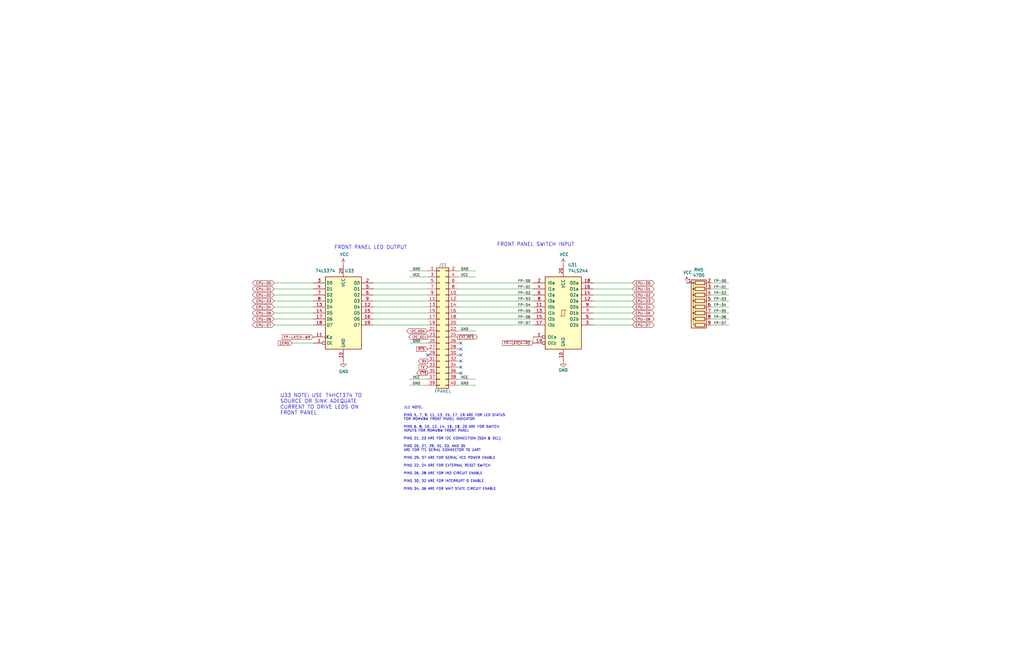
<source format=kicad_sch>
(kicad_sch (version 20211123) (generator eeschema)

  (uuid 2340b016-b90d-432d-884f-0e4647fe9b47)

  (paper "B")

  (title_block
    (title "Duodyne 6502 CPU board")
    (date "2025-04-12")
    (rev "V0.8")
  )

  (lib_symbols
    (symbol "74xx:74HCT374" (in_bom yes) (on_board yes)
      (property "Reference" "U" (id 0) (at -7.62 16.51 0)
        (effects (font (size 1.27 1.27)))
      )
      (property "Value" "74HCT374" (id 1) (at -7.62 -16.51 0)
        (effects (font (size 1.27 1.27)))
      )
      (property "Footprint" "" (id 2) (at 0 0 0)
        (effects (font (size 1.27 1.27)) hide)
      )
      (property "Datasheet" "https://www.ti.com/lit/ds/symlink/cd74hct374.pdf" (id 3) (at 0 0 0)
        (effects (font (size 1.27 1.27)) hide)
      )
      (property "ki_keywords" "HCTMOS DFF DFF8 REG 3State" (id 4) (at 0 0 0)
        (effects (font (size 1.27 1.27)) hide)
      )
      (property "ki_description" "8-bit Register, 3-state outputs" (id 5) (at 0 0 0)
        (effects (font (size 1.27 1.27)) hide)
      )
      (property "ki_fp_filters" "DIP?20* SOIC?20* SO?20*" (id 6) (at 0 0 0)
        (effects (font (size 1.27 1.27)) hide)
      )
      (symbol "74HCT374_1_0"
        (pin input inverted (at -12.7 -12.7 0) (length 5.08)
          (name "OE" (effects (font (size 1.27 1.27))))
          (number "1" (effects (font (size 1.27 1.27))))
        )
        (pin power_in line (at 0 -20.32 90) (length 5.08)
          (name "GND" (effects (font (size 1.27 1.27))))
          (number "10" (effects (font (size 1.27 1.27))))
        )
        (pin input clock (at -12.7 -10.16 0) (length 5.08)
          (name "Cp" (effects (font (size 1.27 1.27))))
          (number "11" (effects (font (size 1.27 1.27))))
        )
        (pin tri_state line (at 12.7 2.54 180) (length 5.08)
          (name "O4" (effects (font (size 1.27 1.27))))
          (number "12" (effects (font (size 1.27 1.27))))
        )
        (pin input line (at -12.7 2.54 0) (length 5.08)
          (name "D4" (effects (font (size 1.27 1.27))))
          (number "13" (effects (font (size 1.27 1.27))))
        )
        (pin input line (at -12.7 0 0) (length 5.08)
          (name "D5" (effects (font (size 1.27 1.27))))
          (number "14" (effects (font (size 1.27 1.27))))
        )
        (pin tri_state line (at 12.7 0 180) (length 5.08)
          (name "O5" (effects (font (size 1.27 1.27))))
          (number "15" (effects (font (size 1.27 1.27))))
        )
        (pin tri_state line (at 12.7 -2.54 180) (length 5.08)
          (name "O6" (effects (font (size 1.27 1.27))))
          (number "16" (effects (font (size 1.27 1.27))))
        )
        (pin input line (at -12.7 -2.54 0) (length 5.08)
          (name "D6" (effects (font (size 1.27 1.27))))
          (number "17" (effects (font (size 1.27 1.27))))
        )
        (pin input line (at -12.7 -5.08 0) (length 5.08)
          (name "D7" (effects (font (size 1.27 1.27))))
          (number "18" (effects (font (size 1.27 1.27))))
        )
        (pin tri_state line (at 12.7 -5.08 180) (length 5.08)
          (name "O7" (effects (font (size 1.27 1.27))))
          (number "19" (effects (font (size 1.27 1.27))))
        )
        (pin tri_state line (at 12.7 12.7 180) (length 5.08)
          (name "O0" (effects (font (size 1.27 1.27))))
          (number "2" (effects (font (size 1.27 1.27))))
        )
        (pin power_in line (at 0 20.32 270) (length 5.08)
          (name "VCC" (effects (font (size 1.27 1.27))))
          (number "20" (effects (font (size 1.27 1.27))))
        )
        (pin input line (at -12.7 12.7 0) (length 5.08)
          (name "D0" (effects (font (size 1.27 1.27))))
          (number "3" (effects (font (size 1.27 1.27))))
        )
        (pin input line (at -12.7 10.16 0) (length 5.08)
          (name "D1" (effects (font (size 1.27 1.27))))
          (number "4" (effects (font (size 1.27 1.27))))
        )
        (pin tri_state line (at 12.7 10.16 180) (length 5.08)
          (name "O1" (effects (font (size 1.27 1.27))))
          (number "5" (effects (font (size 1.27 1.27))))
        )
        (pin tri_state line (at 12.7 7.62 180) (length 5.08)
          (name "O2" (effects (font (size 1.27 1.27))))
          (number "6" (effects (font (size 1.27 1.27))))
        )
        (pin input line (at -12.7 7.62 0) (length 5.08)
          (name "D2" (effects (font (size 1.27 1.27))))
          (number "7" (effects (font (size 1.27 1.27))))
        )
        (pin input line (at -12.7 5.08 0) (length 5.08)
          (name "D3" (effects (font (size 1.27 1.27))))
          (number "8" (effects (font (size 1.27 1.27))))
        )
        (pin tri_state line (at 12.7 5.08 180) (length 5.08)
          (name "O3" (effects (font (size 1.27 1.27))))
          (number "9" (effects (font (size 1.27 1.27))))
        )
      )
      (symbol "74HCT374_1_1"
        (rectangle (start -7.62 15.24) (end 7.62 -15.24)
          (stroke (width 0.254) (type default) (color 0 0 0 0))
          (fill (type background))
        )
      )
    )
    (symbol "74xx:74LS244" (pin_names (offset 1.016)) (in_bom yes) (on_board yes)
      (property "Reference" "U" (id 0) (at -7.62 16.51 0)
        (effects (font (size 1.27 1.27)))
      )
      (property "Value" "74LS244" (id 1) (at -7.62 -16.51 0)
        (effects (font (size 1.27 1.27)))
      )
      (property "Footprint" "" (id 2) (at 0 0 0)
        (effects (font (size 1.27 1.27)) hide)
      )
      (property "Datasheet" "http://www.ti.com/lit/ds/symlink/sn74ls244.pdf" (id 3) (at 0 0 0)
        (effects (font (size 1.27 1.27)) hide)
      )
      (property "ki_keywords" "7400 logic ttl low power schottky" (id 4) (at 0 0 0)
        (effects (font (size 1.27 1.27)) hide)
      )
      (property "ki_description" "Octal Buffer and Line Driver With 3-State Output, active-low enables, non-inverting outputs" (id 5) (at 0 0 0)
        (effects (font (size 1.27 1.27)) hide)
      )
      (property "ki_fp_filters" "DIP?20*" (id 6) (at 0 0 0)
        (effects (font (size 1.27 1.27)) hide)
      )
      (symbol "74LS244_1_0"
        (polyline
          (pts
            (xy -0.635 -1.27)
            (xy -0.635 1.27)
            (xy 0.635 1.27)
          )
          (stroke (width 0) (type default) (color 0 0 0 0))
          (fill (type none))
        )
        (polyline
          (pts
            (xy -1.27 -1.27)
            (xy 0.635 -1.27)
            (xy 0.635 1.27)
            (xy 1.27 1.27)
          )
          (stroke (width 0) (type default) (color 0 0 0 0))
          (fill (type none))
        )
        (pin input inverted (at -12.7 -10.16 0) (length 5.08)
          (name "OEa" (effects (font (size 1.27 1.27))))
          (number "1" (effects (font (size 1.27 1.27))))
        )
        (pin power_in line (at 0 -20.32 90) (length 5.08)
          (name "GND" (effects (font (size 1.27 1.27))))
          (number "10" (effects (font (size 1.27 1.27))))
        )
        (pin input line (at -12.7 2.54 0) (length 5.08)
          (name "I0b" (effects (font (size 1.27 1.27))))
          (number "11" (effects (font (size 1.27 1.27))))
        )
        (pin tri_state line (at 12.7 5.08 180) (length 5.08)
          (name "O3a" (effects (font (size 1.27 1.27))))
          (number "12" (effects (font (size 1.27 1.27))))
        )
        (pin input line (at -12.7 0 0) (length 5.08)
          (name "I1b" (effects (font (size 1.27 1.27))))
          (number "13" (effects (font (size 1.27 1.27))))
        )
        (pin tri_state line (at 12.7 7.62 180) (length 5.08)
          (name "O2a" (effects (font (size 1.27 1.27))))
          (number "14" (effects (font (size 1.27 1.27))))
        )
        (pin input line (at -12.7 -2.54 0) (length 5.08)
          (name "I2b" (effects (font (size 1.27 1.27))))
          (number "15" (effects (font (size 1.27 1.27))))
        )
        (pin tri_state line (at 12.7 10.16 180) (length 5.08)
          (name "O1a" (effects (font (size 1.27 1.27))))
          (number "16" (effects (font (size 1.27 1.27))))
        )
        (pin input line (at -12.7 -5.08 0) (length 5.08)
          (name "I3b" (effects (font (size 1.27 1.27))))
          (number "17" (effects (font (size 1.27 1.27))))
        )
        (pin tri_state line (at 12.7 12.7 180) (length 5.08)
          (name "O0a" (effects (font (size 1.27 1.27))))
          (number "18" (effects (font (size 1.27 1.27))))
        )
        (pin input inverted (at -12.7 -12.7 0) (length 5.08)
          (name "OEb" (effects (font (size 1.27 1.27))))
          (number "19" (effects (font (size 1.27 1.27))))
        )
        (pin input line (at -12.7 12.7 0) (length 5.08)
          (name "I0a" (effects (font (size 1.27 1.27))))
          (number "2" (effects (font (size 1.27 1.27))))
        )
        (pin power_in line (at 0 20.32 270) (length 5.08)
          (name "VCC" (effects (font (size 1.27 1.27))))
          (number "20" (effects (font (size 1.27 1.27))))
        )
        (pin tri_state line (at 12.7 -5.08 180) (length 5.08)
          (name "O3b" (effects (font (size 1.27 1.27))))
          (number "3" (effects (font (size 1.27 1.27))))
        )
        (pin input line (at -12.7 10.16 0) (length 5.08)
          (name "I1a" (effects (font (size 1.27 1.27))))
          (number "4" (effects (font (size 1.27 1.27))))
        )
        (pin tri_state line (at 12.7 -2.54 180) (length 5.08)
          (name "O2b" (effects (font (size 1.27 1.27))))
          (number "5" (effects (font (size 1.27 1.27))))
        )
        (pin input line (at -12.7 7.62 0) (length 5.08)
          (name "I2a" (effects (font (size 1.27 1.27))))
          (number "6" (effects (font (size 1.27 1.27))))
        )
        (pin tri_state line (at 12.7 0 180) (length 5.08)
          (name "O1b" (effects (font (size 1.27 1.27))))
          (number "7" (effects (font (size 1.27 1.27))))
        )
        (pin input line (at -12.7 5.08 0) (length 5.08)
          (name "I3a" (effects (font (size 1.27 1.27))))
          (number "8" (effects (font (size 1.27 1.27))))
        )
        (pin tri_state line (at 12.7 2.54 180) (length 5.08)
          (name "O0b" (effects (font (size 1.27 1.27))))
          (number "9" (effects (font (size 1.27 1.27))))
        )
      )
      (symbol "74LS244_1_1"
        (rectangle (start -7.62 15.24) (end 7.62 -15.24)
          (stroke (width 0.254) (type default) (color 0 0 0 0))
          (fill (type background))
        )
      )
    )
    (symbol "Connector_Generic:Conn_02x20_Odd_Even" (pin_names (offset 1.016) hide) (in_bom yes) (on_board yes)
      (property "Reference" "J" (id 0) (at 1.27 25.4 0)
        (effects (font (size 1.27 1.27)))
      )
      (property "Value" "Conn_02x20_Odd_Even" (id 1) (at 1.27 -27.94 0)
        (effects (font (size 1.27 1.27)))
      )
      (property "Footprint" "" (id 2) (at 0 0 0)
        (effects (font (size 1.27 1.27)) hide)
      )
      (property "Datasheet" "~" (id 3) (at 0 0 0)
        (effects (font (size 1.27 1.27)) hide)
      )
      (property "ki_keywords" "connector" (id 4) (at 0 0 0)
        (effects (font (size 1.27 1.27)) hide)
      )
      (property "ki_description" "Generic connector, double row, 02x20, odd/even pin numbering scheme (row 1 odd numbers, row 2 even numbers), script generated (kicad-library-utils/schlib/autogen/connector/)" (id 5) (at 0 0 0)
        (effects (font (size 1.27 1.27)) hide)
      )
      (property "ki_fp_filters" "Connector*:*_2x??_*" (id 6) (at 0 0 0)
        (effects (font (size 1.27 1.27)) hide)
      )
      (symbol "Conn_02x20_Odd_Even_1_1"
        (rectangle (start -1.27 -25.273) (end 0 -25.527)
          (stroke (width 0.1524) (type default) (color 0 0 0 0))
          (fill (type none))
        )
        (rectangle (start -1.27 -22.733) (end 0 -22.987)
          (stroke (width 0.1524) (type default) (color 0 0 0 0))
          (fill (type none))
        )
        (rectangle (start -1.27 -20.193) (end 0 -20.447)
          (stroke (width 0.1524) (type default) (color 0 0 0 0))
          (fill (type none))
        )
        (rectangle (start -1.27 -17.653) (end 0 -17.907)
          (stroke (width 0.1524) (type default) (color 0 0 0 0))
          (fill (type none))
        )
        (rectangle (start -1.27 -15.113) (end 0 -15.367)
          (stroke (width 0.1524) (type default) (color 0 0 0 0))
          (fill (type none))
        )
        (rectangle (start -1.27 -12.573) (end 0 -12.827)
          (stroke (width 0.1524) (type default) (color 0 0 0 0))
          (fill (type none))
        )
        (rectangle (start -1.27 -10.033) (end 0 -10.287)
          (stroke (width 0.1524) (type default) (color 0 0 0 0))
          (fill (type none))
        )
        (rectangle (start -1.27 -7.493) (end 0 -7.747)
          (stroke (width 0.1524) (type default) (color 0 0 0 0))
          (fill (type none))
        )
        (rectangle (start -1.27 -4.953) (end 0 -5.207)
          (stroke (width 0.1524) (type default) (color 0 0 0 0))
          (fill (type none))
        )
        (rectangle (start -1.27 -2.413) (end 0 -2.667)
          (stroke (width 0.1524) (type default) (color 0 0 0 0))
          (fill (type none))
        )
        (rectangle (start -1.27 0.127) (end 0 -0.127)
          (stroke (width 0.1524) (type default) (color 0 0 0 0))
          (fill (type none))
        )
        (rectangle (start -1.27 2.667) (end 0 2.413)
          (stroke (width 0.1524) (type default) (color 0 0 0 0))
          (fill (type none))
        )
        (rectangle (start -1.27 5.207) (end 0 4.953)
          (stroke (width 0.1524) (type default) (color 0 0 0 0))
          (fill (type none))
        )
        (rectangle (start -1.27 7.747) (end 0 7.493)
          (stroke (width 0.1524) (type default) (color 0 0 0 0))
          (fill (type none))
        )
        (rectangle (start -1.27 10.287) (end 0 10.033)
          (stroke (width 0.1524) (type default) (color 0 0 0 0))
          (fill (type none))
        )
        (rectangle (start -1.27 12.827) (end 0 12.573)
          (stroke (width 0.1524) (type default) (color 0 0 0 0))
          (fill (type none))
        )
        (rectangle (start -1.27 15.367) (end 0 15.113)
          (stroke (width 0.1524) (type default) (color 0 0 0 0))
          (fill (type none))
        )
        (rectangle (start -1.27 17.907) (end 0 17.653)
          (stroke (width 0.1524) (type default) (color 0 0 0 0))
          (fill (type none))
        )
        (rectangle (start -1.27 20.447) (end 0 20.193)
          (stroke (width 0.1524) (type default) (color 0 0 0 0))
          (fill (type none))
        )
        (rectangle (start -1.27 22.987) (end 0 22.733)
          (stroke (width 0.1524) (type default) (color 0 0 0 0))
          (fill (type none))
        )
        (rectangle (start -1.27 24.13) (end 3.81 -26.67)
          (stroke (width 0.254) (type default) (color 0 0 0 0))
          (fill (type background))
        )
        (rectangle (start 3.81 -25.273) (end 2.54 -25.527)
          (stroke (width 0.1524) (type default) (color 0 0 0 0))
          (fill (type none))
        )
        (rectangle (start 3.81 -22.733) (end 2.54 -22.987)
          (stroke (width 0.1524) (type default) (color 0 0 0 0))
          (fill (type none))
        )
        (rectangle (start 3.81 -20.193) (end 2.54 -20.447)
          (stroke (width 0.1524) (type default) (color 0 0 0 0))
          (fill (type none))
        )
        (rectangle (start 3.81 -17.653) (end 2.54 -17.907)
          (stroke (width 0.1524) (type default) (color 0 0 0 0))
          (fill (type none))
        )
        (rectangle (start 3.81 -15.113) (end 2.54 -15.367)
          (stroke (width 0.1524) (type default) (color 0 0 0 0))
          (fill (type none))
        )
        (rectangle (start 3.81 -12.573) (end 2.54 -12.827)
          (stroke (width 0.1524) (type default) (color 0 0 0 0))
          (fill (type none))
        )
        (rectangle (start 3.81 -10.033) (end 2.54 -10.287)
          (stroke (width 0.1524) (type default) (color 0 0 0 0))
          (fill (type none))
        )
        (rectangle (start 3.81 -7.493) (end 2.54 -7.747)
          (stroke (width 0.1524) (type default) (color 0 0 0 0))
          (fill (type none))
        )
        (rectangle (start 3.81 -4.953) (end 2.54 -5.207)
          (stroke (width 0.1524) (type default) (color 0 0 0 0))
          (fill (type none))
        )
        (rectangle (start 3.81 -2.413) (end 2.54 -2.667)
          (stroke (width 0.1524) (type default) (color 0 0 0 0))
          (fill (type none))
        )
        (rectangle (start 3.81 0.127) (end 2.54 -0.127)
          (stroke (width 0.1524) (type default) (color 0 0 0 0))
          (fill (type none))
        )
        (rectangle (start 3.81 2.667) (end 2.54 2.413)
          (stroke (width 0.1524) (type default) (color 0 0 0 0))
          (fill (type none))
        )
        (rectangle (start 3.81 5.207) (end 2.54 4.953)
          (stroke (width 0.1524) (type default) (color 0 0 0 0))
          (fill (type none))
        )
        (rectangle (start 3.81 7.747) (end 2.54 7.493)
          (stroke (width 0.1524) (type default) (color 0 0 0 0))
          (fill (type none))
        )
        (rectangle (start 3.81 10.287) (end 2.54 10.033)
          (stroke (width 0.1524) (type default) (color 0 0 0 0))
          (fill (type none))
        )
        (rectangle (start 3.81 12.827) (end 2.54 12.573)
          (stroke (width 0.1524) (type default) (color 0 0 0 0))
          (fill (type none))
        )
        (rectangle (start 3.81 15.367) (end 2.54 15.113)
          (stroke (width 0.1524) (type default) (color 0 0 0 0))
          (fill (type none))
        )
        (rectangle (start 3.81 17.907) (end 2.54 17.653)
          (stroke (width 0.1524) (type default) (color 0 0 0 0))
          (fill (type none))
        )
        (rectangle (start 3.81 20.447) (end 2.54 20.193)
          (stroke (width 0.1524) (type default) (color 0 0 0 0))
          (fill (type none))
        )
        (rectangle (start 3.81 22.987) (end 2.54 22.733)
          (stroke (width 0.1524) (type default) (color 0 0 0 0))
          (fill (type none))
        )
        (pin passive line (at -5.08 22.86 0) (length 3.81)
          (name "Pin_1" (effects (font (size 1.27 1.27))))
          (number "1" (effects (font (size 1.27 1.27))))
        )
        (pin passive line (at 7.62 12.7 180) (length 3.81)
          (name "Pin_10" (effects (font (size 1.27 1.27))))
          (number "10" (effects (font (size 1.27 1.27))))
        )
        (pin passive line (at -5.08 10.16 0) (length 3.81)
          (name "Pin_11" (effects (font (size 1.27 1.27))))
          (number "11" (effects (font (size 1.27 1.27))))
        )
        (pin passive line (at 7.62 10.16 180) (length 3.81)
          (name "Pin_12" (effects (font (size 1.27 1.27))))
          (number "12" (effects (font (size 1.27 1.27))))
        )
        (pin passive line (at -5.08 7.62 0) (length 3.81)
          (name "Pin_13" (effects (font (size 1.27 1.27))))
          (number "13" (effects (font (size 1.27 1.27))))
        )
        (pin passive line (at 7.62 7.62 180) (length 3.81)
          (name "Pin_14" (effects (font (size 1.27 1.27))))
          (number "14" (effects (font (size 1.27 1.27))))
        )
        (pin passive line (at -5.08 5.08 0) (length 3.81)
          (name "Pin_15" (effects (font (size 1.27 1.27))))
          (number "15" (effects (font (size 1.27 1.27))))
        )
        (pin passive line (at 7.62 5.08 180) (length 3.81)
          (name "Pin_16" (effects (font (size 1.27 1.27))))
          (number "16" (effects (font (size 1.27 1.27))))
        )
        (pin passive line (at -5.08 2.54 0) (length 3.81)
          (name "Pin_17" (effects (font (size 1.27 1.27))))
          (number "17" (effects (font (size 1.27 1.27))))
        )
        (pin passive line (at 7.62 2.54 180) (length 3.81)
          (name "Pin_18" (effects (font (size 1.27 1.27))))
          (number "18" (effects (font (size 1.27 1.27))))
        )
        (pin passive line (at -5.08 0 0) (length 3.81)
          (name "Pin_19" (effects (font (size 1.27 1.27))))
          (number "19" (effects (font (size 1.27 1.27))))
        )
        (pin passive line (at 7.62 22.86 180) (length 3.81)
          (name "Pin_2" (effects (font (size 1.27 1.27))))
          (number "2" (effects (font (size 1.27 1.27))))
        )
        (pin passive line (at 7.62 0 180) (length 3.81)
          (name "Pin_20" (effects (font (size 1.27 1.27))))
          (number "20" (effects (font (size 1.27 1.27))))
        )
        (pin passive line (at -5.08 -2.54 0) (length 3.81)
          (name "Pin_21" (effects (font (size 1.27 1.27))))
          (number "21" (effects (font (size 1.27 1.27))))
        )
        (pin passive line (at 7.62 -2.54 180) (length 3.81)
          (name "Pin_22" (effects (font (size 1.27 1.27))))
          (number "22" (effects (font (size 1.27 1.27))))
        )
        (pin passive line (at -5.08 -5.08 0) (length 3.81)
          (name "Pin_23" (effects (font (size 1.27 1.27))))
          (number "23" (effects (font (size 1.27 1.27))))
        )
        (pin passive line (at 7.62 -5.08 180) (length 3.81)
          (name "Pin_24" (effects (font (size 1.27 1.27))))
          (number "24" (effects (font (size 1.27 1.27))))
        )
        (pin passive line (at -5.08 -7.62 0) (length 3.81)
          (name "Pin_25" (effects (font (size 1.27 1.27))))
          (number "25" (effects (font (size 1.27 1.27))))
        )
        (pin passive line (at 7.62 -7.62 180) (length 3.81)
          (name "Pin_26" (effects (font (size 1.27 1.27))))
          (number "26" (effects (font (size 1.27 1.27))))
        )
        (pin passive line (at -5.08 -10.16 0) (length 3.81)
          (name "Pin_27" (effects (font (size 1.27 1.27))))
          (number "27" (effects (font (size 1.27 1.27))))
        )
        (pin passive line (at 7.62 -10.16 180) (length 3.81)
          (name "Pin_28" (effects (font (size 1.27 1.27))))
          (number "28" (effects (font (size 1.27 1.27))))
        )
        (pin passive line (at -5.08 -12.7 0) (length 3.81)
          (name "Pin_29" (effects (font (size 1.27 1.27))))
          (number "29" (effects (font (size 1.27 1.27))))
        )
        (pin passive line (at -5.08 20.32 0) (length 3.81)
          (name "Pin_3" (effects (font (size 1.27 1.27))))
          (number "3" (effects (font (size 1.27 1.27))))
        )
        (pin passive line (at 7.62 -12.7 180) (length 3.81)
          (name "Pin_30" (effects (font (size 1.27 1.27))))
          (number "30" (effects (font (size 1.27 1.27))))
        )
        (pin passive line (at -5.08 -15.24 0) (length 3.81)
          (name "Pin_31" (effects (font (size 1.27 1.27))))
          (number "31" (effects (font (size 1.27 1.27))))
        )
        (pin passive line (at 7.62 -15.24 180) (length 3.81)
          (name "Pin_32" (effects (font (size 1.27 1.27))))
          (number "32" (effects (font (size 1.27 1.27))))
        )
        (pin passive line (at -5.08 -17.78 0) (length 3.81)
          (name "Pin_33" (effects (font (size 1.27 1.27))))
          (number "33" (effects (font (size 1.27 1.27))))
        )
        (pin passive line (at 7.62 -17.78 180) (length 3.81)
          (name "Pin_34" (effects (font (size 1.27 1.27))))
          (number "34" (effects (font (size 1.27 1.27))))
        )
        (pin passive line (at -5.08 -20.32 0) (length 3.81)
          (name "Pin_35" (effects (font (size 1.27 1.27))))
          (number "35" (effects (font (size 1.27 1.27))))
        )
        (pin passive line (at 7.62 -20.32 180) (length 3.81)
          (name "Pin_36" (effects (font (size 1.27 1.27))))
          (number "36" (effects (font (size 1.27 1.27))))
        )
        (pin passive line (at -5.08 -22.86 0) (length 3.81)
          (name "Pin_37" (effects (font (size 1.27 1.27))))
          (number "37" (effects (font (size 1.27 1.27))))
        )
        (pin passive line (at 7.62 -22.86 180) (length 3.81)
          (name "Pin_38" (effects (font (size 1.27 1.27))))
          (number "38" (effects (font (size 1.27 1.27))))
        )
        (pin passive line (at -5.08 -25.4 0) (length 3.81)
          (name "Pin_39" (effects (font (size 1.27 1.27))))
          (number "39" (effects (font (size 1.27 1.27))))
        )
        (pin passive line (at 7.62 20.32 180) (length 3.81)
          (name "Pin_4" (effects (font (size 1.27 1.27))))
          (number "4" (effects (font (size 1.27 1.27))))
        )
        (pin passive line (at 7.62 -25.4 180) (length 3.81)
          (name "Pin_40" (effects (font (size 1.27 1.27))))
          (number "40" (effects (font (size 1.27 1.27))))
        )
        (pin passive line (at -5.08 17.78 0) (length 3.81)
          (name "Pin_5" (effects (font (size 1.27 1.27))))
          (number "5" (effects (font (size 1.27 1.27))))
        )
        (pin passive line (at 7.62 17.78 180) (length 3.81)
          (name "Pin_6" (effects (font (size 1.27 1.27))))
          (number "6" (effects (font (size 1.27 1.27))))
        )
        (pin passive line (at -5.08 15.24 0) (length 3.81)
          (name "Pin_7" (effects (font (size 1.27 1.27))))
          (number "7" (effects (font (size 1.27 1.27))))
        )
        (pin passive line (at 7.62 15.24 180) (length 3.81)
          (name "Pin_8" (effects (font (size 1.27 1.27))))
          (number "8" (effects (font (size 1.27 1.27))))
        )
        (pin passive line (at -5.08 12.7 0) (length 3.81)
          (name "Pin_9" (effects (font (size 1.27 1.27))))
          (number "9" (effects (font (size 1.27 1.27))))
        )
      )
    )
    (symbol "Device:R_Network08" (pin_names (offset 0) hide) (in_bom yes) (on_board yes)
      (property "Reference" "RN" (id 0) (at -12.7 0 90)
        (effects (font (size 1.27 1.27)))
      )
      (property "Value" "R_Network08" (id 1) (at 10.16 0 90)
        (effects (font (size 1.27 1.27)))
      )
      (property "Footprint" "Resistor_THT:R_Array_SIP9" (id 2) (at 12.065 0 90)
        (effects (font (size 1.27 1.27)) hide)
      )
      (property "Datasheet" "http://www.vishay.com/docs/31509/csc.pdf" (id 3) (at 0 0 0)
        (effects (font (size 1.27 1.27)) hide)
      )
      (property "ki_keywords" "R network star-topology" (id 4) (at 0 0 0)
        (effects (font (size 1.27 1.27)) hide)
      )
      (property "ki_description" "8 resistor network, star topology, bussed resistors, small symbol" (id 5) (at 0 0 0)
        (effects (font (size 1.27 1.27)) hide)
      )
      (property "ki_fp_filters" "R?Array?SIP*" (id 6) (at 0 0 0)
        (effects (font (size 1.27 1.27)) hide)
      )
      (symbol "R_Network08_0_1"
        (rectangle (start -11.43 -3.175) (end 8.89 3.175)
          (stroke (width 0.254) (type default) (color 0 0 0 0))
          (fill (type background))
        )
        (rectangle (start -10.922 1.524) (end -9.398 -2.54)
          (stroke (width 0.254) (type default) (color 0 0 0 0))
          (fill (type none))
        )
        (circle (center -10.16 2.286) (radius 0.254)
          (stroke (width 0) (type default) (color 0 0 0 0))
          (fill (type outline))
        )
        (rectangle (start -8.382 1.524) (end -6.858 -2.54)
          (stroke (width 0.254) (type default) (color 0 0 0 0))
          (fill (type none))
        )
        (circle (center -7.62 2.286) (radius 0.254)
          (stroke (width 0) (type default) (color 0 0 0 0))
          (fill (type outline))
        )
        (rectangle (start -5.842 1.524) (end -4.318 -2.54)
          (stroke (width 0.254) (type default) (color 0 0 0 0))
          (fill (type none))
        )
        (circle (center -5.08 2.286) (radius 0.254)
          (stroke (width 0) (type default) (color 0 0 0 0))
          (fill (type outline))
        )
        (rectangle (start -3.302 1.524) (end -1.778 -2.54)
          (stroke (width 0.254) (type default) (color 0 0 0 0))
          (fill (type none))
        )
        (circle (center -2.54 2.286) (radius 0.254)
          (stroke (width 0) (type default) (color 0 0 0 0))
          (fill (type outline))
        )
        (rectangle (start -0.762 1.524) (end 0.762 -2.54)
          (stroke (width 0.254) (type default) (color 0 0 0 0))
          (fill (type none))
        )
        (polyline
          (pts
            (xy -10.16 -2.54)
            (xy -10.16 -3.81)
          )
          (stroke (width 0) (type default) (color 0 0 0 0))
          (fill (type none))
        )
        (polyline
          (pts
            (xy -7.62 -2.54)
            (xy -7.62 -3.81)
          )
          (stroke (width 0) (type default) (color 0 0 0 0))
          (fill (type none))
        )
        (polyline
          (pts
            (xy -5.08 -2.54)
            (xy -5.08 -3.81)
          )
          (stroke (width 0) (type default) (color 0 0 0 0))
          (fill (type none))
        )
        (polyline
          (pts
            (xy -2.54 -2.54)
            (xy -2.54 -3.81)
          )
          (stroke (width 0) (type default) (color 0 0 0 0))
          (fill (type none))
        )
        (polyline
          (pts
            (xy 0 -2.54)
            (xy 0 -3.81)
          )
          (stroke (width 0) (type default) (color 0 0 0 0))
          (fill (type none))
        )
        (polyline
          (pts
            (xy 2.54 -2.54)
            (xy 2.54 -3.81)
          )
          (stroke (width 0) (type default) (color 0 0 0 0))
          (fill (type none))
        )
        (polyline
          (pts
            (xy 5.08 -2.54)
            (xy 5.08 -3.81)
          )
          (stroke (width 0) (type default) (color 0 0 0 0))
          (fill (type none))
        )
        (polyline
          (pts
            (xy 7.62 -2.54)
            (xy 7.62 -3.81)
          )
          (stroke (width 0) (type default) (color 0 0 0 0))
          (fill (type none))
        )
        (polyline
          (pts
            (xy -10.16 1.524)
            (xy -10.16 2.286)
            (xy -7.62 2.286)
            (xy -7.62 1.524)
          )
          (stroke (width 0) (type default) (color 0 0 0 0))
          (fill (type none))
        )
        (polyline
          (pts
            (xy -7.62 1.524)
            (xy -7.62 2.286)
            (xy -5.08 2.286)
            (xy -5.08 1.524)
          )
          (stroke (width 0) (type default) (color 0 0 0 0))
          (fill (type none))
        )
        (polyline
          (pts
            (xy -5.08 1.524)
            (xy -5.08 2.286)
            (xy -2.54 2.286)
            (xy -2.54 1.524)
          )
          (stroke (width 0) (type default) (color 0 0 0 0))
          (fill (type none))
        )
        (polyline
          (pts
            (xy -2.54 1.524)
            (xy -2.54 2.286)
            (xy 0 2.286)
            (xy 0 1.524)
          )
          (stroke (width 0) (type default) (color 0 0 0 0))
          (fill (type none))
        )
        (polyline
          (pts
            (xy 0 1.524)
            (xy 0 2.286)
            (xy 2.54 2.286)
            (xy 2.54 1.524)
          )
          (stroke (width 0) (type default) (color 0 0 0 0))
          (fill (type none))
        )
        (polyline
          (pts
            (xy 2.54 1.524)
            (xy 2.54 2.286)
            (xy 5.08 2.286)
            (xy 5.08 1.524)
          )
          (stroke (width 0) (type default) (color 0 0 0 0))
          (fill (type none))
        )
        (polyline
          (pts
            (xy 5.08 1.524)
            (xy 5.08 2.286)
            (xy 7.62 2.286)
            (xy 7.62 1.524)
          )
          (stroke (width 0) (type default) (color 0 0 0 0))
          (fill (type none))
        )
        (circle (center 0 2.286) (radius 0.254)
          (stroke (width 0) (type default) (color 0 0 0 0))
          (fill (type outline))
        )
        (rectangle (start 1.778 1.524) (end 3.302 -2.54)
          (stroke (width 0.254) (type default) (color 0 0 0 0))
          (fill (type none))
        )
        (circle (center 2.54 2.286) (radius 0.254)
          (stroke (width 0) (type default) (color 0 0 0 0))
          (fill (type outline))
        )
        (rectangle (start 4.318 1.524) (end 5.842 -2.54)
          (stroke (width 0.254) (type default) (color 0 0 0 0))
          (fill (type none))
        )
        (circle (center 5.08 2.286) (radius 0.254)
          (stroke (width 0) (type default) (color 0 0 0 0))
          (fill (type outline))
        )
        (rectangle (start 6.858 1.524) (end 8.382 -2.54)
          (stroke (width 0.254) (type default) (color 0 0 0 0))
          (fill (type none))
        )
      )
      (symbol "R_Network08_1_1"
        (pin passive line (at -10.16 5.08 270) (length 2.54)
          (name "common" (effects (font (size 1.27 1.27))))
          (number "1" (effects (font (size 1.27 1.27))))
        )
        (pin passive line (at -10.16 -5.08 90) (length 1.27)
          (name "R1" (effects (font (size 1.27 1.27))))
          (number "2" (effects (font (size 1.27 1.27))))
        )
        (pin passive line (at -7.62 -5.08 90) (length 1.27)
          (name "R2" (effects (font (size 1.27 1.27))))
          (number "3" (effects (font (size 1.27 1.27))))
        )
        (pin passive line (at -5.08 -5.08 90) (length 1.27)
          (name "R3" (effects (font (size 1.27 1.27))))
          (number "4" (effects (font (size 1.27 1.27))))
        )
        (pin passive line (at -2.54 -5.08 90) (length 1.27)
          (name "R4" (effects (font (size 1.27 1.27))))
          (number "5" (effects (font (size 1.27 1.27))))
        )
        (pin passive line (at 0 -5.08 90) (length 1.27)
          (name "R5" (effects (font (size 1.27 1.27))))
          (number "6" (effects (font (size 1.27 1.27))))
        )
        (pin passive line (at 2.54 -5.08 90) (length 1.27)
          (name "R6" (effects (font (size 1.27 1.27))))
          (number "7" (effects (font (size 1.27 1.27))))
        )
        (pin passive line (at 5.08 -5.08 90) (length 1.27)
          (name "R7" (effects (font (size 1.27 1.27))))
          (number "8" (effects (font (size 1.27 1.27))))
        )
        (pin passive line (at 7.62 -5.08 90) (length 1.27)
          (name "R8" (effects (font (size 1.27 1.27))))
          (number "9" (effects (font (size 1.27 1.27))))
        )
      )
    )
    (symbol "power:GND" (power) (pin_names (offset 0)) (in_bom yes) (on_board yes)
      (property "Reference" "#PWR" (id 0) (at 0 -6.35 0)
        (effects (font (size 1.27 1.27)) hide)
      )
      (property "Value" "GND" (id 1) (at 0 -3.81 0)
        (effects (font (size 1.27 1.27)))
      )
      (property "Footprint" "" (id 2) (at 0 0 0)
        (effects (font (size 1.27 1.27)) hide)
      )
      (property "Datasheet" "" (id 3) (at 0 0 0)
        (effects (font (size 1.27 1.27)) hide)
      )
      (property "ki_keywords" "global power" (id 4) (at 0 0 0)
        (effects (font (size 1.27 1.27)) hide)
      )
      (property "ki_description" "Power symbol creates a global label with name \"GND\" , ground" (id 5) (at 0 0 0)
        (effects (font (size 1.27 1.27)) hide)
      )
      (symbol "GND_0_1"
        (polyline
          (pts
            (xy 0 0)
            (xy 0 -1.27)
            (xy 1.27 -1.27)
            (xy 0 -2.54)
            (xy -1.27 -1.27)
            (xy 0 -1.27)
          )
          (stroke (width 0) (type default) (color 0 0 0 0))
          (fill (type none))
        )
      )
      (symbol "GND_1_1"
        (pin power_in line (at 0 0 270) (length 0) hide
          (name "GND" (effects (font (size 1.27 1.27))))
          (number "1" (effects (font (size 1.27 1.27))))
        )
      )
    )
    (symbol "power:VCC" (power) (pin_names (offset 0)) (in_bom yes) (on_board yes)
      (property "Reference" "#PWR" (id 0) (at 0 -3.81 0)
        (effects (font (size 1.27 1.27)) hide)
      )
      (property "Value" "VCC" (id 1) (at 0 3.81 0)
        (effects (font (size 1.27 1.27)))
      )
      (property "Footprint" "" (id 2) (at 0 0 0)
        (effects (font (size 1.27 1.27)) hide)
      )
      (property "Datasheet" "" (id 3) (at 0 0 0)
        (effects (font (size 1.27 1.27)) hide)
      )
      (property "ki_keywords" "global power" (id 4) (at 0 0 0)
        (effects (font (size 1.27 1.27)) hide)
      )
      (property "ki_description" "Power symbol creates a global label with name \"VCC\"" (id 5) (at 0 0 0)
        (effects (font (size 1.27 1.27)) hide)
      )
      (symbol "VCC_0_1"
        (polyline
          (pts
            (xy -0.762 1.27)
            (xy 0 2.54)
          )
          (stroke (width 0) (type default) (color 0 0 0 0))
          (fill (type none))
        )
        (polyline
          (pts
            (xy 0 0)
            (xy 0 2.54)
          )
          (stroke (width 0) (type default) (color 0 0 0 0))
          (fill (type none))
        )
        (polyline
          (pts
            (xy 0 2.54)
            (xy 0.762 1.27)
          )
          (stroke (width 0) (type default) (color 0 0 0 0))
          (fill (type none))
        )
      )
      (symbol "VCC_1_1"
        (pin power_in line (at 0 0 90) (length 0) hide
          (name "VCC" (effects (font (size 1.27 1.27))))
          (number "1" (effects (font (size 1.27 1.27))))
        )
      )
    )
  )


  (no_connect (at 194.31 154.94) (uuid 246a8986-19c5-47df-bd1f-c1009a3be19b))
  (no_connect (at 194.31 152.4) (uuid 3829f62a-168f-4fa4-8e08-79360ecc2b3a))
  (no_connect (at 194.31 149.86) (uuid 4b53a68a-cc37-4ff2-bd76-40761f4dd01b))
  (no_connect (at 194.31 157.48) (uuid 71d26866-997e-4f98-9680-d7a8090410dc))
  (no_connect (at 194.31 144.78) (uuid 88c73b92-3021-41d4-af7f-4abf8beb4ab3))
  (no_connect (at 180.34 149.86) (uuid a7273db8-6a8a-4325-9840-d14aaccddd92))
  (no_connect (at 194.31 147.32) (uuid a9eecbe2-3102-4e32-9cf1-4c488058fb9b))

  (wire (pts (xy 193.04 114.3) (xy 200.66 114.3))
    (stroke (width 0) (type default) (color 0 0 0 0))
    (uuid 00d5019e-dad5-438c-bb22-dc6eb57aead2)
  )
  (wire (pts (xy 115.57 127) (xy 132.08 127))
    (stroke (width 0) (type default) (color 0 0 0 0))
    (uuid 0190f522-686b-459e-92bd-09c57b9cbd93)
  )
  (wire (pts (xy 299.72 127) (xy 307.34 127))
    (stroke (width 0) (type default) (color 0 0 0 0))
    (uuid 027ef838-367d-479d-aa5b-59398e12def7)
  )
  (wire (pts (xy 299.72 129.54) (xy 307.34 129.54))
    (stroke (width 0) (type default) (color 0 0 0 0))
    (uuid 066126d0-78a4-4050-873d-8b2e2c8ca89b)
  )
  (wire (pts (xy 250.19 121.92) (xy 266.7 121.92))
    (stroke (width 0) (type default) (color 0 0 0 0))
    (uuid 0af714a7-c28b-4b28-9ae3-19ed7e503040)
  )
  (wire (pts (xy 193.04 121.92) (xy 224.79 121.92))
    (stroke (width 0) (type default) (color 0 0 0 0))
    (uuid 0d0282e6-d1dc-4beb-a644-bca4425abd40)
  )
  (wire (pts (xy 157.48 134.62) (xy 180.34 134.62))
    (stroke (width 0) (type default) (color 0 0 0 0))
    (uuid 0f45e4e1-08f0-421a-8bfe-37b29c6de6c9)
  )
  (wire (pts (xy 115.57 134.62) (xy 132.08 134.62))
    (stroke (width 0) (type default) (color 0 0 0 0))
    (uuid 1512ccb7-32ae-406a-b12a-b847cd59eaa2)
  )
  (wire (pts (xy 193.04 124.46) (xy 224.79 124.46))
    (stroke (width 0) (type default) (color 0 0 0 0))
    (uuid 16d725b1-5c33-46d3-9b29-8cf402afdb8d)
  )
  (wire (pts (xy 224.79 142.24) (xy 224.79 144.78))
    (stroke (width 0) (type default) (color 0 0 0 0))
    (uuid 25922ea1-f77b-420a-a8d6-e27c37e14614)
  )
  (wire (pts (xy 172.72 160.02) (xy 180.34 160.02))
    (stroke (width 0) (type default) (color 0 0 0 0))
    (uuid 25995916-0065-42cc-92c1-21882e1d6aad)
  )
  (wire (pts (xy 172.72 162.56) (xy 180.34 162.56))
    (stroke (width 0) (type default) (color 0 0 0 0))
    (uuid 270506b0-0761-4803-a9db-92d4eabb999e)
  )
  (wire (pts (xy 172.72 114.3) (xy 180.34 114.3))
    (stroke (width 0) (type default) (color 0 0 0 0))
    (uuid 29cdba36-d177-44b0-9e3d-96ecc1d7f050)
  )
  (wire (pts (xy 193.04 119.38) (xy 224.79 119.38))
    (stroke (width 0) (type default) (color 0 0 0 0))
    (uuid 2fbcb071-663f-43a0-b237-df851233cff0)
  )
  (wire (pts (xy 193.04 154.94) (xy 194.31 154.94))
    (stroke (width 0) (type default) (color 0 0 0 0))
    (uuid 3309d2f4-048b-4658-a765-ec02121772b1)
  )
  (wire (pts (xy 193.04 160.02) (xy 200.66 160.02))
    (stroke (width 0) (type default) (color 0 0 0 0))
    (uuid 35fc9345-531c-4712-a784-e1d4f043afe8)
  )
  (wire (pts (xy 250.19 124.46) (xy 266.7 124.46))
    (stroke (width 0) (type default) (color 0 0 0 0))
    (uuid 41cf4a52-64a7-4fc1-bb0b-db7e8c0d116d)
  )
  (wire (pts (xy 115.57 129.54) (xy 132.08 129.54))
    (stroke (width 0) (type default) (color 0 0 0 0))
    (uuid 4219d084-5b28-4699-b4ee-568e7d81b6e7)
  )
  (wire (pts (xy 250.19 129.54) (xy 266.7 129.54))
    (stroke (width 0) (type default) (color 0 0 0 0))
    (uuid 4826ffbd-0005-4330-869e-6a169d2643c8)
  )
  (wire (pts (xy 172.72 144.78) (xy 180.34 144.78))
    (stroke (width 0) (type default) (color 0 0 0 0))
    (uuid 4d8265f0-54c5-4f83-a005-d547f7d54087)
  )
  (wire (pts (xy 193.04 116.84) (xy 200.66 116.84))
    (stroke (width 0) (type default) (color 0 0 0 0))
    (uuid 4eb56db1-0d96-451e-96cc-1271dfcb2862)
  )
  (wire (pts (xy 172.72 116.84) (xy 180.34 116.84))
    (stroke (width 0) (type default) (color 0 0 0 0))
    (uuid 516a8c44-f0b5-4ec9-86e3-0eb0111d8944)
  )
  (wire (pts (xy 193.04 129.54) (xy 224.79 129.54))
    (stroke (width 0) (type default) (color 0 0 0 0))
    (uuid 51aab73e-b386-4bfd-a80a-cc39628b7afe)
  )
  (wire (pts (xy 299.72 132.08) (xy 307.34 132.08))
    (stroke (width 0) (type default) (color 0 0 0 0))
    (uuid 54ea0198-81fc-4b89-9e97-3198c97e5c4c)
  )
  (wire (pts (xy 193.04 132.08) (xy 224.79 132.08))
    (stroke (width 0) (type default) (color 0 0 0 0))
    (uuid 54ea13fe-362f-4e00-99be-f263d30a1f58)
  )
  (wire (pts (xy 115.57 124.46) (xy 132.08 124.46))
    (stroke (width 0) (type default) (color 0 0 0 0))
    (uuid 5663125d-1cfb-434a-bd29-79fbc12f644b)
  )
  (wire (pts (xy 157.48 137.16) (xy 180.34 137.16))
    (stroke (width 0) (type default) (color 0 0 0 0))
    (uuid 5b5dfd9b-0921-40d8-b309-431876db89f6)
  )
  (wire (pts (xy 299.72 134.62) (xy 307.34 134.62))
    (stroke (width 0) (type default) (color 0 0 0 0))
    (uuid 5eef0489-43ca-40e7-b7cc-35ce14f83279)
  )
  (wire (pts (xy 193.04 137.16) (xy 224.79 137.16))
    (stroke (width 0) (type default) (color 0 0 0 0))
    (uuid 68118f57-080b-433e-86fa-f22123926d6a)
  )
  (wire (pts (xy 157.48 124.46) (xy 180.34 124.46))
    (stroke (width 0) (type default) (color 0 0 0 0))
    (uuid 6eaa2135-ea16-4c3d-8cf4-4d0411a1fc39)
  )
  (wire (pts (xy 250.19 127) (xy 266.7 127))
    (stroke (width 0) (type default) (color 0 0 0 0))
    (uuid 72c0e8e0-03d7-48a3-ab4e-8329c756fdb7)
  )
  (wire (pts (xy 250.19 119.38) (xy 266.7 119.38))
    (stroke (width 0) (type default) (color 0 0 0 0))
    (uuid 7d1ea3fb-9eb7-4106-acce-cdf90779806e)
  )
  (wire (pts (xy 157.48 121.92) (xy 180.34 121.92))
    (stroke (width 0) (type default) (color 0 0 0 0))
    (uuid 838e3173-70dd-442f-a807-c4fc2d6ffd57)
  )
  (wire (pts (xy 157.48 129.54) (xy 180.34 129.54))
    (stroke (width 0) (type default) (color 0 0 0 0))
    (uuid 85dffa98-84eb-4e27-b7bf-20ac28163444)
  )
  (wire (pts (xy 299.72 137.16) (xy 307.34 137.16))
    (stroke (width 0) (type default) (color 0 0 0 0))
    (uuid 891ecf78-4180-411f-a535-2845b1a36e90)
  )
  (wire (pts (xy 115.57 119.38) (xy 132.08 119.38))
    (stroke (width 0) (type default) (color 0 0 0 0))
    (uuid 90fca627-dcab-4d23-9641-8c2aaabbfd69)
  )
  (wire (pts (xy 193.04 162.56) (xy 200.66 162.56))
    (stroke (width 0) (type default) (color 0 0 0 0))
    (uuid 92656fe1-604a-4841-acf6-b33987f829b9)
  )
  (wire (pts (xy 193.04 139.7) (xy 200.66 139.7))
    (stroke (width 0) (type default) (color 0 0 0 0))
    (uuid 92c44ce9-a483-4f68-91a3-6a2f217732ca)
  )
  (wire (pts (xy 115.57 132.08) (xy 132.08 132.08))
    (stroke (width 0) (type default) (color 0 0 0 0))
    (uuid 944126e7-c2e7-472c-931c-17fdf591c55b)
  )
  (wire (pts (xy 250.19 137.16) (xy 266.7 137.16))
    (stroke (width 0) (type default) (color 0 0 0 0))
    (uuid 958a28aa-9825-49b7-8c55-e09e896fa0bb)
  )
  (wire (pts (xy 115.57 137.16) (xy 132.08 137.16))
    (stroke (width 0) (type default) (color 0 0 0 0))
    (uuid a072e497-c901-492a-8ff7-2f49c33626eb)
  )
  (wire (pts (xy 193.04 134.62) (xy 224.79 134.62))
    (stroke (width 0) (type default) (color 0 0 0 0))
    (uuid ae79ca9d-00bc-4e10-adea-ae7907b54da0)
  )
  (wire (pts (xy 193.04 147.32) (xy 194.31 147.32))
    (stroke (width 0) (type default) (color 0 0 0 0))
    (uuid af3f7734-8e92-4e1c-8b87-7c9fc0a53f04)
  )
  (wire (pts (xy 193.04 127) (xy 224.79 127))
    (stroke (width 0) (type default) (color 0 0 0 0))
    (uuid b46d8eaf-6372-4b97-b140-5e72c822ab47)
  )
  (wire (pts (xy 193.04 152.4) (xy 194.31 152.4))
    (stroke (width 0) (type default) (color 0 0 0 0))
    (uuid b6096045-d067-4a81-b9cc-806f43de44b8)
  )
  (wire (pts (xy 193.04 144.78) (xy 194.31 144.78))
    (stroke (width 0) (type default) (color 0 0 0 0))
    (uuid bd5dbfad-01d9-4d13-91d9-2e449f6ba96e)
  )
  (wire (pts (xy 299.72 119.38) (xy 307.34 119.38))
    (stroke (width 0) (type default) (color 0 0 0 0))
    (uuid c0835ef4-23b1-4c61-93d1-a401d339c925)
  )
  (wire (pts (xy 157.48 127) (xy 180.34 127))
    (stroke (width 0) (type default) (color 0 0 0 0))
    (uuid ca8684f1-43f6-447f-989a-b9ba0417d005)
  )
  (wire (pts (xy 299.72 121.92) (xy 307.34 121.92))
    (stroke (width 0) (type default) (color 0 0 0 0))
    (uuid d1a9432f-7961-4ec0-8f7e-c14b1f041684)
  )
  (wire (pts (xy 193.04 149.86) (xy 194.31 149.86))
    (stroke (width 0) (type default) (color 0 0 0 0))
    (uuid d34e94cd-333c-4d72-8c60-618c9125f008)
  )
  (wire (pts (xy 193.04 157.48) (xy 194.31 157.48))
    (stroke (width 0) (type default) (color 0 0 0 0))
    (uuid daf4a7d2-e947-440e-9195-5d2e5e11a41f)
  )
  (wire (pts (xy 157.48 119.38) (xy 180.34 119.38))
    (stroke (width 0) (type default) (color 0 0 0 0))
    (uuid e976bd26-76c4-4855-9c68-68c0cf051a40)
  )
  (wire (pts (xy 250.19 132.08) (xy 266.7 132.08))
    (stroke (width 0) (type default) (color 0 0 0 0))
    (uuid e9bf94ab-5649-4325-8901-3249f4467c02)
  )
  (wire (pts (xy 157.48 132.08) (xy 180.34 132.08))
    (stroke (width 0) (type default) (color 0 0 0 0))
    (uuid f094bb59-755e-4e21-9015-c0a04e51a31b)
  )
  (wire (pts (xy 299.72 124.46) (xy 307.34 124.46))
    (stroke (width 0) (type default) (color 0 0 0 0))
    (uuid f1d39bfa-61ce-4384-8e09-11334db53049)
  )
  (wire (pts (xy 115.57 121.92) (xy 132.08 121.92))
    (stroke (width 0) (type default) (color 0 0 0 0))
    (uuid f44398af-b975-4c9e-9df0-04431d70a9b2)
  )
  (wire (pts (xy 123.19 144.78) (xy 132.08 144.78))
    (stroke (width 0) (type default) (color 0 0 0 0))
    (uuid f73c6fca-4c6a-4d37-90d8-531a4d54e504)
  )
  (wire (pts (xy 250.19 134.62) (xy 266.7 134.62))
    (stroke (width 0) (type default) (color 0 0 0 0))
    (uuid fcb27c3f-60d3-4156-91be-542910d9f3ad)
  )

  (text "J11 NOTE: \n\nPINS 5, 7, 9, 11, 13, 15, 17, 19 ARE FOR LED STATUS\nFOR ROMWBW FRONT PANEL INDICATOR\n\nPINS 6, 8, 10, 12, 14, 16, 18, 20 ARE FOR SWITCH\nINPUTS FOR ROMWBW FRONT PANEL\n\nPINS 21, 23 ARE FOR I2C CONNECTION (SDA & SCL)\n\nPINS 25, 27, 29, 31, 33, AND 35\nARE FOR TTL SERIAL CONNECTOR TO UART\n\nPINS 29, 37 ARE FOR SERIAL VCC POWER ENABLE\n\nPINS 22, 24 ARE FOR EXTERNAL RESET SWITCH\n\nPINS 26, 28 ARE FOR IM2 CIRCUIT ENABLE\n\nPINS 30, 32 ARE FOR INTERRUPT 0 ENABLE\n\nPINS 34, 36 ARE FOR WAIT STATE CIRCUIT ENABLE"
    (at 170.18 207.01 0)
    (effects (font (size 1.016 1.016)) (justify left bottom))
    (uuid 4159996a-ac97-46ed-86d6-46c2cbe767fc)
  )
  (text "U33 NOTE: USE 74HCT374 TO\nSOURCE OR SINK ADEQUATE\nCURRENT TO DRIVE LEDS ON\nFRONT PANEL"
    (at 118.11 175.26 0)
    (effects (font (size 1.524 1.524)) (justify left bottom))
    (uuid 7068bd14-5954-4fd3-a3e8-938a75e0640e)
  )
  (text "FRONT PANEL SWITCH INPUT" (at 209.55 104.14 0)
    (effects (font (size 1.524 1.524)) (justify left bottom))
    (uuid a1446f79-1bfc-478d-8c0b-4b70723a34b5)
  )
  (text "FRONT PANEL LED OUTPUT" (at 140.97 105.41 0)
    (effects (font (size 1.524 1.524)) (justify left bottom))
    (uuid fac9108c-88bc-449c-a39d-f3405a05b530)
  )

  (label "FP-D4" (at 300.99 129.54 0)
    (effects (font (size 1.016 1.016)) (justify left bottom))
    (uuid 0cf3a87b-6305-47e2-a51a-6810c59124d2)
  )
  (label "FP-D6" (at 218.44 134.62 0)
    (effects (font (size 1.016 1.016)) (justify left bottom))
    (uuid 20d6afec-2435-4c10-9e4a-2345fffdcb1b)
  )
  (label "GND" (at 194.31 139.7 0)
    (effects (font (size 1.016 1.016)) (justify left bottom))
    (uuid 2102942e-957b-4033-ad13-204cb9b29c16)
  )
  (label "GND" (at 194.31 114.3 0)
    (effects (font (size 1.016 1.016)) (justify left bottom))
    (uuid 2e13ffc9-4bdf-405c-842d-805d02fe234b)
  )
  (label "GND" (at 173.99 162.56 0)
    (effects (font (size 1.016 1.016)) (justify left bottom))
    (uuid 591158ff-7a8b-425b-a5f6-3c113fdc415b)
  )
  (label "VCC" (at 194.31 160.02 0)
    (effects (font (size 1.016 1.016)) (justify left bottom))
    (uuid 6cc4e907-fd8c-41cc-9732-992e16cd18ea)
  )
  (label "VCC" (at 173.99 160.02 0)
    (effects (font (size 1.016 1.016)) (justify left bottom))
    (uuid 77b0627f-a4bd-4090-a9af-5d9ab68a4836)
  )
  (label "FP-D0" (at 218.44 119.38 0)
    (effects (font (size 1.016 1.016)) (justify left bottom))
    (uuid 78d6b790-497c-4ac6-a3ff-14914474b572)
  )
  (label "FP-D1" (at 300.99 121.92 0)
    (effects (font (size 1.016 1.016)) (justify left bottom))
    (uuid 7ece53d3-7464-4042-b87f-4591e22b6ede)
  )
  (label "VCC" (at 194.31 116.84 0)
    (effects (font (size 1.016 1.016)) (justify left bottom))
    (uuid 80b6d99e-d53b-424e-b232-f2d1d89238c4)
  )
  (label "FP-D1" (at 218.44 121.92 0)
    (effects (font (size 1.016 1.016)) (justify left bottom))
    (uuid 8f9e8088-6114-432b-8ae7-d318c6f57dca)
  )
  (label "FP-D2" (at 218.44 124.46 0)
    (effects (font (size 1.016 1.016)) (justify left bottom))
    (uuid 9e05ba35-45af-46dd-b499-c7f7091d5c60)
  )
  (label "FP-D5" (at 218.44 132.08 0)
    (effects (font (size 1.016 1.016)) (justify left bottom))
    (uuid a24f6b80-2a03-441b-a9da-a4c84c16fb59)
  )
  (label "FP-D7" (at 300.99 137.16 0)
    (effects (font (size 1.016 1.016)) (justify left bottom))
    (uuid a2b63c4a-09c5-4d47-8c02-f760c0f19e09)
  )
  (label "GND" (at 194.31 162.56 0)
    (effects (font (size 1.016 1.016)) (justify left bottom))
    (uuid afeaf584-e159-467f-a679-e6c073eb877a)
  )
  (label "FP-D0" (at 300.99 119.38 0)
    (effects (font (size 1.016 1.016)) (justify left bottom))
    (uuid b5c5298a-daac-4f10-b39a-64c304bd9918)
  )
  (label "FP-D3" (at 218.44 127 0)
    (effects (font (size 1.016 1.016)) (justify left bottom))
    (uuid c2b27ea6-603c-4deb-a557-ada2f3971798)
  )
  (label "VCC" (at 173.99 116.84 0)
    (effects (font (size 1.016 1.016)) (justify left bottom))
    (uuid ce92d992-8c40-4a1f-b561-693926735f2c)
  )
  (label "FP-D4" (at 218.44 129.54 0)
    (effects (font (size 1.016 1.016)) (justify left bottom))
    (uuid d1ff3edd-77f7-4e43-bc63-9d2bdf15477b)
  )
  (label "FP-D3" (at 300.99 127 0)
    (effects (font (size 1.016 1.016)) (justify left bottom))
    (uuid d71414da-811a-40db-a704-692f81595862)
  )
  (label "FP-D5" (at 300.99 132.08 0)
    (effects (font (size 1.016 1.016)) (justify left bottom))
    (uuid e4b9e225-d733-4824-9ed0-fcfe4123536e)
  )
  (label "FP-D6" (at 300.99 134.62 0)
    (effects (font (size 1.016 1.016)) (justify left bottom))
    (uuid eda5c6f6-5c6e-4425-949d-2bffb1fe2ffe)
  )
  (label "FP-D2" (at 300.99 124.46 0)
    (effects (font (size 1.016 1.016)) (justify left bottom))
    (uuid ee116fb2-b290-4401-b313-4f8312cc481e)
  )
  (label "FP-D7" (at 218.44 137.16 0)
    (effects (font (size 1.016 1.016)) (justify left bottom))
    (uuid f5b1fbab-6515-4d59-a9fd-83d22b682c3f)
  )
  (label "GND" (at 173.99 144.78 0)
    (effects (font (size 1.016 1.016)) (justify left bottom))
    (uuid f8770e3a-6472-4c3b-ae70-d5be688f130c)
  )
  (label "GND" (at 173.99 114.3 0)
    (effects (font (size 1.016 1.016)) (justify left bottom))
    (uuid fa3a749e-553a-4fa8-9fe7-654966cbe7e8)
  )

  (global_label "CPU-D5" (shape bidirectional) (at 266.7 132.08 0) (fields_autoplaced)
    (effects (font (size 1.016 1.016)) (justify left))
    (uuid 07f354ee-ee10-43f8-ae25-6d33efcb314d)
    (property "Intersheet References" "${INTERSHEET_REFS}" (id 0) (at 6.35 -1.27 0)
      (effects (font (size 1.27 1.27)) hide)
    )
  )
  (global_label "CPU-D6" (shape bidirectional) (at 115.57 134.62 180) (fields_autoplaced)
    (effects (font (size 1.016 1.016)) (justify right))
    (uuid 0832c523-ebc1-420d-9de6-92c075699ef4)
    (property "Intersheet References" "${INTERSHEET_REFS}" (id 0) (at -6.35 -1.27 0)
      (effects (font (size 1.27 1.27)) hide)
    )
  )
  (global_label "CPU-D7" (shape bidirectional) (at 115.57 137.16 180) (fields_autoplaced)
    (effects (font (size 1.016 1.016)) (justify right))
    (uuid 0ecf0aec-99e4-42ea-bdd8-da066b352f04)
    (property "Intersheet References" "${INTERSHEET_REFS}" (id 0) (at -6.35 -1.27 0)
      (effects (font (size 1.27 1.27)) hide)
    )
  )
  (global_label "~{EXT_RES}" (shape output) (at 193.04 142.24 0) (fields_autoplaced)
    (effects (font (size 1.016 1.016)) (justify left))
    (uuid 0fc0b1b4-6283-450f-b742-0ec86f3a8ed4)
    (property "Intersheet References" "${INTERSHEET_REFS}" (id 0) (at 201.2372 142.1765 0)
      (effects (font (size 1.016 1.016)) (justify left) hide)
    )
  )
  (global_label "TX" (shape input) (at 180.34 154.94 180) (fields_autoplaced)
    (effects (font (size 1.016 1.016)) (justify right))
    (uuid 1b2aed94-d51a-4430-aca9-3d57759998c3)
    (property "Intersheet References" "${INTERSHEET_REFS}" (id 0) (at 176.739 154.8765 0)
      (effects (font (size 1.016 1.016)) (justify right) hide)
    )
  )
  (global_label "I2C_SDA" (shape bidirectional) (at 180.34 139.7 180) (fields_autoplaced)
    (effects (font (size 1.016 1.016)) (justify right))
    (uuid 2c61e202-ce74-4d1a-845b-1fb01be2818b)
    (property "Intersheet References" "${INTERSHEET_REFS}" (id 0) (at 172.3847 139.6365 0)
      (effects (font (size 1.016 1.016)) (justify right) hide)
    )
  )
  (global_label "CPU-D0" (shape bidirectional) (at 115.57 119.38 180) (fields_autoplaced)
    (effects (font (size 1.016 1.016)) (justify right))
    (uuid 2da49b88-d48f-4545-9394-a72e420b8cf7)
    (property "Intersheet References" "${INTERSHEET_REFS}" (id 0) (at -6.35 -1.27 0)
      (effects (font (size 1.27 1.27)) hide)
    )
  )
  (global_label "CPU-D3" (shape bidirectional) (at 115.57 127 180) (fields_autoplaced)
    (effects (font (size 1.016 1.016)) (justify right))
    (uuid 2e03705b-31d1-42ca-a792-2dc53a925433)
    (property "Intersheet References" "${INTERSHEET_REFS}" (id 0) (at -6.35 -1.27 0)
      (effects (font (size 1.27 1.27)) hide)
    )
  )
  (global_label "RX" (shape output) (at 180.34 152.4 180) (fields_autoplaced)
    (effects (font (size 1.016 1.016)) (justify right))
    (uuid 34ee5310-4523-4070-ba59-f05f49fdb59a)
    (property "Intersheet References" "${INTERSHEET_REFS}" (id 0) (at 176.4971 152.3365 0)
      (effects (font (size 1.016 1.016)) (justify right) hide)
    )
  )
  (global_label "FP-LATCH-WR" (shape input) (at 132.08 142.24 180) (fields_autoplaced)
    (effects (font (size 1.016 1.016)) (justify right))
    (uuid 444088a7-36cd-4040-8dfc-bd863ab902aa)
    (property "Intersheet References" "${INTERSHEET_REFS}" (id 0) (at 119.0931 142.1765 0)
      (effects (font (size 1.016 1.016)) (justify right) hide)
    )
  )
  (global_label "CPU-D0" (shape bidirectional) (at 266.7 119.38 0) (fields_autoplaced)
    (effects (font (size 1.016 1.016)) (justify left))
    (uuid 5738e6f4-4199-4c5e-8928-f146d010ea0e)
    (property "Intersheet References" "${INTERSHEET_REFS}" (id 0) (at 6.35 -1.27 0)
      (effects (font (size 1.27 1.27)) hide)
    )
  )
  (global_label "CPU-D4" (shape bidirectional) (at 115.57 129.54 180) (fields_autoplaced)
    (effects (font (size 1.016 1.016)) (justify right))
    (uuid 62b0f1d9-b642-48ad-ac9b-6ddb165645ca)
    (property "Intersheet References" "${INTERSHEET_REFS}" (id 0) (at -6.35 -1.27 0)
      (effects (font (size 1.27 1.27)) hide)
    )
  )
  (global_label "CPU-D1" (shape bidirectional) (at 266.7 121.92 0) (fields_autoplaced)
    (effects (font (size 1.016 1.016)) (justify left))
    (uuid 67d86388-f34d-4ec9-afa1-8bd18aef116e)
    (property "Intersheet References" "${INTERSHEET_REFS}" (id 0) (at 6.35 -1.27 0)
      (effects (font (size 1.27 1.27)) hide)
    )
  )
  (global_label "CPU-D2" (shape bidirectional) (at 115.57 124.46 180) (fields_autoplaced)
    (effects (font (size 1.016 1.016)) (justify right))
    (uuid 6f5f1956-78c4-4809-a02a-d5a5d8afb970)
    (property "Intersheet References" "${INTERSHEET_REFS}" (id 0) (at -6.35 -1.27 0)
      (effects (font (size 1.27 1.27)) hide)
    )
  )
  (global_label "CPU-D5" (shape bidirectional) (at 115.57 132.08 180) (fields_autoplaced)
    (effects (font (size 1.016 1.016)) (justify right))
    (uuid 8243c37d-90de-485b-8046-908b2bd15c3b)
    (property "Intersheet References" "${INTERSHEET_REFS}" (id 0) (at -6.35 -1.27 0)
      (effects (font (size 1.27 1.27)) hide)
    )
  )
  (global_label "CPU-D4" (shape bidirectional) (at 266.7 129.54 0) (fields_autoplaced)
    (effects (font (size 1.016 1.016)) (justify left))
    (uuid 906a98d5-4226-4707-a940-567b82ba1f1d)
    (property "Intersheet References" "${INTERSHEET_REFS}" (id 0) (at 6.35 -1.27 0)
      (effects (font (size 1.27 1.27)) hide)
    )
  )
  (global_label "CPU-D1" (shape bidirectional) (at 115.57 121.92 180) (fields_autoplaced)
    (effects (font (size 1.016 1.016)) (justify right))
    (uuid 9dedd466-f149-4d09-bc60-8ed0aad5bc83)
    (property "Intersheet References" "${INTERSHEET_REFS}" (id 0) (at -6.35 -1.27 0)
      (effects (font (size 1.27 1.27)) hide)
    )
  )
  (global_label "ZERO" (shape input) (at 123.19 144.78 180) (fields_autoplaced)
    (effects (font (size 1.016 1.016)) (justify right))
    (uuid a1680134-7f10-4925-a4d3-9201c286c613)
    (property "Intersheet References" "${INTERSHEET_REFS}" (id 0) (at -6.35 -1.27 0)
      (effects (font (size 1.27 1.27)) hide)
    )
  )
  (global_label "~{FP-LATCH-RD}" (shape input) (at 224.79 144.78 180) (fields_autoplaced)
    (effects (font (size 1.016 1.016)) (justify right))
    (uuid a4947953-75f1-47c8-bca8-2a2ef31fec06)
    (property "Intersheet References" "${INTERSHEET_REFS}" (id 0) (at 6.35 -1.27 0)
      (effects (font (size 1.27 1.27)) hide)
    )
  )
  (global_label "~{RTS}" (shape input) (at 180.34 147.32 180) (fields_autoplaced)
    (effects (font (size 1.016 1.016)) (justify right))
    (uuid a4d4cd2b-75c1-4acf-b570-7d4d8b4cb6b3)
    (property "Intersheet References" "${INTERSHEET_REFS}" (id 0) (at 175.723 147.2565 0)
      (effects (font (size 1.016 1.016)) (justify right) hide)
    )
  )
  (global_label "CPU-D3" (shape bidirectional) (at 266.7 127 0) (fields_autoplaced)
    (effects (font (size 1.016 1.016)) (justify left))
    (uuid ab27b92b-c1ba-444e-825d-6abf03baf728)
    (property "Intersheet References" "${INTERSHEET_REFS}" (id 0) (at 6.35 -1.27 0)
      (effects (font (size 1.27 1.27)) hide)
    )
  )
  (global_label "CPU-D7" (shape bidirectional) (at 266.7 137.16 0) (fields_autoplaced)
    (effects (font (size 1.016 1.016)) (justify left))
    (uuid ae4c0c69-e427-4e50-9ff0-42883f2f286d)
    (property "Intersheet References" "${INTERSHEET_REFS}" (id 0) (at 6.35 -1.27 0)
      (effects (font (size 1.27 1.27)) hide)
    )
  )
  (global_label "~{CTS}" (shape output) (at 180.34 157.48 180) (fields_autoplaced)
    (effects (font (size 1.016 1.016)) (justify right))
    (uuid b02aff45-13fc-4e74-ade9-e1f8cf9c2f3a)
    (property "Intersheet References" "${INTERSHEET_REFS}" (id 0) (at 175.723 157.4165 0)
      (effects (font (size 1.016 1.016)) (justify right) hide)
    )
  )
  (global_label "CPU-D2" (shape bidirectional) (at 266.7 124.46 0) (fields_autoplaced)
    (effects (font (size 1.016 1.016)) (justify left))
    (uuid cac97790-a74f-4120-9e15-ff5d77a38479)
    (property "Intersheet References" "${INTERSHEET_REFS}" (id 0) (at 6.35 -1.27 0)
      (effects (font (size 1.27 1.27)) hide)
    )
  )
  (global_label "CPU-D6" (shape bidirectional) (at 266.7 134.62 0) (fields_autoplaced)
    (effects (font (size 1.016 1.016)) (justify left))
    (uuid e0108215-1867-4f37-b341-e75adac18cb6)
    (property "Intersheet References" "${INTERSHEET_REFS}" (id 0) (at 6.35 -1.27 0)
      (effects (font (size 1.27 1.27)) hide)
    )
  )
  (global_label "I2C_SCL" (shape output) (at 180.34 142.24 180) (fields_autoplaced)
    (effects (font (size 1.016 1.016)) (justify right))
    (uuid eb8b077b-4cff-4843-b96d-c9d4ecb84fd5)
    (property "Intersheet References" "${INTERSHEET_REFS}" (id 0) (at 173.2556 142.3035 0)
      (effects (font (size 1.016 1.016)) (justify right) hide)
    )
  )

  (symbol (lib_id "power:GND") (at 237.49 152.4 0) (unit 1)
    (in_bom yes) (on_board yes)
    (uuid 00000000-0000-0000-0000-00006417294b)
    (property "Reference" "#PWR0141" (id 0) (at 237.49 158.75 0)
      (effects (font (size 1.27 1.27)) hide)
    )
    (property "Value" "GND" (id 1) (at 237.49 156.21 0))
    (property "Footprint" "" (id 2) (at 237.49 152.4 0)
      (effects (font (size 1.27 1.27)) hide)
    )
    (property "Datasheet" "" (id 3) (at 237.49 152.4 0)
      (effects (font (size 1.27 1.27)) hide)
    )
    (pin "1" (uuid 62179514-e41c-4671-a289-182c55f6aacf))
  )

  (symbol (lib_id "power:VCC") (at 237.49 111.76 0) (unit 1)
    (in_bom yes) (on_board yes)
    (uuid 00000000-0000-0000-0000-000064172957)
    (property "Reference" "#PWR0142" (id 0) (at 237.49 115.57 0)
      (effects (font (size 1.27 1.27)) hide)
    )
    (property "Value" "VCC" (id 1) (at 237.871 107.3658 0))
    (property "Footprint" "" (id 2) (at 237.49 111.76 0)
      (effects (font (size 1.27 1.27)) hide)
    )
    (property "Datasheet" "" (id 3) (at 237.49 111.76 0)
      (effects (font (size 1.27 1.27)) hide)
    )
    (pin "1" (uuid 4f4d4bc8-3f1f-4219-90ee-d46a328eacd5))
  )

  (symbol (lib_id "Connector_Generic:Conn_02x20_Odd_Even") (at 185.42 137.16 0) (unit 1)
    (in_bom yes) (on_board yes)
    (uuid 00000000-0000-0000-0000-000064172976)
    (property "Reference" "J11" (id 0) (at 186.69 111.76 0))
    (property "Value" "FPANEL" (id 1) (at 186.69 165.1 0))
    (property "Footprint" "Connector_IDC:IDC-Header_2x20_P2.54mm_Horizontal" (id 2) (at 185.42 137.16 0)
      (effects (font (size 1.27 1.27)) hide)
    )
    (property "Datasheet" "~" (id 3) (at 185.42 137.16 0)
      (effects (font (size 1.27 1.27)) hide)
    )
    (pin "1" (uuid 870a190b-5141-41d7-a928-e531eff29b8e))
    (pin "10" (uuid d27bb53d-b8b9-40f1-968b-c5287b126bdd))
    (pin "11" (uuid 728a0cc3-195d-42da-8543-ac8cdbf0d3de))
    (pin "12" (uuid dd623f3f-41a0-4ad4-8643-800ffce71469))
    (pin "13" (uuid ffd62096-d520-4c32-a231-221cf63abeef))
    (pin "14" (uuid 87689655-7bc4-4d16-af1e-fde15a6b0f13))
    (pin "15" (uuid f12ee69c-55d4-4938-b733-28d7a2303c38))
    (pin "16" (uuid 9b368380-20ed-4528-ad18-6a017380caae))
    (pin "17" (uuid 8bd20223-811d-47c9-bef2-815f28e23b9a))
    (pin "18" (uuid d5fcbe18-b3fb-4268-8b80-d89bc4e3ffd0))
    (pin "19" (uuid f1e3053e-fc8a-4928-aa91-f9a2fe0c0657))
    (pin "2" (uuid 42022343-19d9-4788-84b4-e1317c384f7e))
    (pin "20" (uuid 41b30e2e-b21f-4708-b5b8-a4ee0c36165d))
    (pin "21" (uuid 41a300ab-455b-46de-b6d0-61d7e177edba))
    (pin "22" (uuid 0cc7ab7b-b062-4460-9cfc-bb6ecf4de659))
    (pin "23" (uuid 917ce8e0-09aa-4c8a-875a-9a52556289dd))
    (pin "24" (uuid 735214d2-eb7e-4294-9bab-327fdf2da120))
    (pin "25" (uuid 1e4a7af6-6eef-4fdd-9494-43261f137969))
    (pin "26" (uuid ab62e866-6a1d-445d-8042-2bef52f59d32))
    (pin "27" (uuid 654aa127-1140-40e9-abc6-a2a6f251dc90))
    (pin "28" (uuid 245d2b25-813f-4a96-9730-f59984d7219f))
    (pin "29" (uuid 561dc5fa-f406-4ab5-aad9-f8e087a8fad5))
    (pin "3" (uuid 1a03b595-2238-4663-95d8-d45df6b1c061))
    (pin "30" (uuid 14556885-1e2d-478a-9ea2-e10073d25e0b))
    (pin "31" (uuid 79319d33-c5b3-498c-b45c-e8e0781d28b5))
    (pin "32" (uuid 9171f18a-b8db-4119-8f28-b845a6d1b9ee))
    (pin "33" (uuid 98f05024-935c-44d6-8086-e92244f79327))
    (pin "34" (uuid 48d8267a-4115-4f53-ab52-ffe0e9fecec1))
    (pin "35" (uuid bdfa89f3-5ad2-4c3a-964f-262acbc32324))
    (pin "36" (uuid 0fc18bea-ab9b-4ca7-88d1-db2bd7f7e387))
    (pin "37" (uuid 061a18d6-b0a0-4e6b-bc9d-7b4c86a623f2))
    (pin "38" (uuid 88d69f86-93a0-4867-91d6-58c08f2c6599))
    (pin "39" (uuid 8d3d8b4c-d012-4f98-b4c1-43e34b29f331))
    (pin "4" (uuid 82fa2f4d-a7a5-4327-bc45-e9c6982846f5))
    (pin "40" (uuid 263eff5e-ecd3-4785-ae30-0707d2777f20))
    (pin "5" (uuid e5d148d4-76d4-41dc-81c7-ff71bc1432e6))
    (pin "6" (uuid e5787124-1932-4332-a8bf-83503a11cddb))
    (pin "7" (uuid 22dc74d9-706d-4cf8-9be4-d9d85318070b))
    (pin "8" (uuid 93d1f40b-0132-419a-9f5a-a4a51cbf44f3))
    (pin "9" (uuid fb37e893-0df4-4a68-8670-2a8848dda142))
  )

  (symbol (lib_id "Device:R_Network08") (at 294.64 129.54 90) (mirror x) (unit 1)
    (in_bom yes) (on_board yes)
    (uuid 00000000-0000-0000-0000-00006417297c)
    (property "Reference" "RN5" (id 0) (at 294.64 113.8682 90))
    (property "Value" "4700" (id 1) (at 294.64 116.1796 90))
    (property "Footprint" "Resistor_THT:R_Array_SIP9" (id 2) (at 294.64 141.605 90)
      (effects (font (size 1.27 1.27)) hide)
    )
    (property "Datasheet" "http://www.vishay.com/docs/31509/csc.pdf" (id 3) (at 294.64 129.54 0)
      (effects (font (size 1.27 1.27)) hide)
    )
    (pin "1" (uuid 0d6d4437-1726-4ff3-82ba-4f3cd32b3d57))
    (pin "2" (uuid 0c5e3703-7ebc-4beb-bb53-593c7f0bcd47))
    (pin "3" (uuid a08d3aab-0d01-4409-87e5-9423698cdd31))
    (pin "4" (uuid 91505ebd-5d83-474f-935a-c173eafc010d))
    (pin "5" (uuid d212ea47-88e3-48ac-909f-437a55884033))
    (pin "6" (uuid e7d8a691-38dc-4ce7-9aaa-e457e40f53c7))
    (pin "7" (uuid c423d9bc-dbb9-4046-bf92-6df5d9972687))
    (pin "8" (uuid 60baadd2-a92f-4622-a747-98b695ccd995))
    (pin "9" (uuid c0995c18-474b-4d5e-bb6a-80eec64ca662))
  )

  (symbol (lib_id "power:VCC") (at 289.56 119.38 0) (unit 1)
    (in_bom yes) (on_board yes)
    (uuid 00000000-0000-0000-0000-000064172992)
    (property "Reference" "#PWR0143" (id 0) (at 289.56 123.19 0)
      (effects (font (size 1.27 1.27)) hide)
    )
    (property "Value" "VCC" (id 1) (at 289.941 114.9858 0))
    (property "Footprint" "" (id 2) (at 289.56 119.38 0)
      (effects (font (size 1.27 1.27)) hide)
    )
    (property "Datasheet" "" (id 3) (at 289.56 119.38 0)
      (effects (font (size 1.27 1.27)) hide)
    )
    (pin "1" (uuid 36904dbf-9ae2-4e4d-a58e-f2bca4ad17e9))
  )

  (symbol (lib_id "power:GND") (at 144.78 152.4 0) (unit 1)
    (in_bom yes) (on_board yes)
    (uuid 00000000-0000-0000-0000-0000641729c1)
    (property "Reference" "#PWR0144" (id 0) (at 144.78 158.75 0)
      (effects (font (size 1.27 1.27)) hide)
    )
    (property "Value" "GND" (id 1) (at 144.907 156.7942 0))
    (property "Footprint" "" (id 2) (at 144.78 152.4 0)
      (effects (font (size 1.27 1.27)) hide)
    )
    (property "Datasheet" "" (id 3) (at 144.78 152.4 0)
      (effects (font (size 1.27 1.27)) hide)
    )
    (pin "1" (uuid 10e09140-2036-4aaf-b063-88aa48bb4a62))
  )

  (symbol (lib_id "power:VCC") (at 144.78 111.76 0) (unit 1)
    (in_bom yes) (on_board yes)
    (uuid 00000000-0000-0000-0000-0000641729c7)
    (property "Reference" "#PWR0145" (id 0) (at 144.78 115.57 0)
      (effects (font (size 1.27 1.27)) hide)
    )
    (property "Value" "VCC" (id 1) (at 145.161 107.3658 0))
    (property "Footprint" "" (id 2) (at 144.78 111.76 0)
      (effects (font (size 1.27 1.27)) hide)
    )
    (property "Datasheet" "" (id 3) (at 144.78 111.76 0)
      (effects (font (size 1.27 1.27)) hide)
    )
    (pin "1" (uuid 2ce47c0b-6062-41ff-ba88-c9dcce481f37))
  )

  (symbol (lib_id "74xx:74HCT374") (at 144.78 132.08 0) (unit 1)
    (in_bom yes) (on_board yes)
    (uuid 00000000-0000-0000-0000-0000641729f8)
    (property "Reference" "U33" (id 0) (at 147.32 114.3 0))
    (property "Value" "74LS374" (id 1) (at 137.16 114.3 0))
    (property "Footprint" "Package_DIP:DIP-20_W7.62mm_Socket_LongPads" (id 2) (at 144.78 132.08 0)
      (effects (font (size 1.27 1.27)) hide)
    )
    (property "Datasheet" "https://www.ti.com/lit/ds/symlink/cd74hct374.pdf" (id 3) (at 144.78 132.08 0)
      (effects (font (size 1.27 1.27)) hide)
    )
    (pin "1" (uuid 5db270b1-9f1b-4641-8684-faf27eda9f72))
    (pin "10" (uuid 1b772e29-3e4e-4581-b101-750769dce410))
    (pin "11" (uuid a4c00a11-dc01-4b44-a642-fef7223901e3))
    (pin "12" (uuid 9651ed59-cf1e-4f37-8203-f5becbe6ca00))
    (pin "13" (uuid dc80769b-6ee3-4efe-b1dc-1ca3a75598e2))
    (pin "14" (uuid 49066392-0790-4085-a1ba-e029a25bceda))
    (pin "15" (uuid 2b14a36a-5b9a-4e9b-bb9c-c325ef2b8cc7))
    (pin "16" (uuid c6217d57-2cf9-4568-834f-0af15c4be260))
    (pin "17" (uuid e2fc44b4-5eb1-4231-888d-1739e422c18f))
    (pin "18" (uuid 34656aed-da89-4b85-9cbf-bb86a4e936cb))
    (pin "19" (uuid d81c8f6b-93de-4c9d-8c9e-04fa0448b899))
    (pin "2" (uuid 5e460223-8c9d-42b9-88cf-b2f6c5c0c182))
    (pin "20" (uuid 826a3e71-7127-4247-a569-2b4a90e65bc3))
    (pin "3" (uuid e1bba7be-e7f0-4212-9a80-c2d75d959677))
    (pin "4" (uuid e81d229b-5e7f-40a2-8cba-da89bebf568f))
    (pin "5" (uuid 46330492-4bc9-4a52-aed8-04b002add164))
    (pin "6" (uuid 93d23ef1-5c3e-4e7b-97ae-50db8af76207))
    (pin "7" (uuid ecda17d1-9449-4ebb-81b3-7b1d54369496))
    (pin "8" (uuid 1ac272da-774d-4f7d-a885-920b8359acb9))
    (pin "9" (uuid 630f25f5-7bb3-46ca-9cf7-a3e5047c3e1f))
  )

  (symbol (lib_id "74xx:74LS244") (at 237.49 132.08 0) (unit 1)
    (in_bom yes) (on_board yes) (fields_autoplaced)
    (uuid 1dd8d7ca-42da-40db-aae7-ef2d595ecf67)
    (property "Reference" "U31" (id 0) (at 239.5094 111.76 0)
      (effects (font (size 1.27 1.27)) (justify left))
    )
    (property "Value" "74LS244" (id 1) (at 239.5094 114.3 0)
      (effects (font (size 1.27 1.27)) (justify left))
    )
    (property "Footprint" "Package_DIP:DIP-20_W7.62mm_Socket_LongPads" (id 2) (at 237.49 132.08 0)
      (effects (font (size 1.27 1.27)) hide)
    )
    (property "Datasheet" "http://www.ti.com/lit/ds/symlink/sn74ls244.pdf" (id 3) (at 237.49 132.08 0)
      (effects (font (size 1.27 1.27)) hide)
    )
    (pin "1" (uuid 5bbaf762-dbf5-43f0-89e7-50b93dc91984))
    (pin "10" (uuid 417a7527-d360-40ba-9969-31f15aa38c8d))
    (pin "11" (uuid 0dacc2d6-c37c-497b-9702-e8e6dccce029))
    (pin "12" (uuid d5bcd9d8-1e92-4976-84e4-e9877f03b3c9))
    (pin "13" (uuid ee10fcb3-0544-449e-be26-16df13580bb0))
    (pin "14" (uuid 6c9601cc-af99-4505-8c84-9c14d2242127))
    (pin "15" (uuid b706c250-20f4-4eb9-a56b-497dc4a60b29))
    (pin "16" (uuid b7f3ec6e-daf4-4460-80de-ed2bc47b95aa))
    (pin "17" (uuid 40f16734-6d60-4521-b661-7aad42faa5e7))
    (pin "18" (uuid a9dceb62-68bf-4ff6-b957-04f7a0314efc))
    (pin "19" (uuid d71af0c4-187d-41dd-b8d5-ceeb5558262d))
    (pin "2" (uuid 18da0162-efd6-46b2-b6bb-c8cdcd4a8b79))
    (pin "20" (uuid 4b31ad6e-ee1c-414f-bd8d-3723219a68da))
    (pin "3" (uuid f9192477-389f-419c-8769-a0dae0208f4d))
    (pin "4" (uuid 5a965b67-e0c1-4f74-9a0a-0dd8d4d0ceac))
    (pin "5" (uuid aba1ee23-bd88-450a-952a-1b1f1b90e75c))
    (pin "6" (uuid f6d35d1b-bf0f-434d-ac21-e92ec8e9710a))
    (pin "7" (uuid 859e3771-f9f2-48ee-9784-179d8edf489d))
    (pin "8" (uuid 1b5408e3-d9d3-48ca-8ee9-ffe9a70b5e18))
    (pin "9" (uuid 59a494d0-b742-4477-915d-769c6be7e052))
  )
)

</source>
